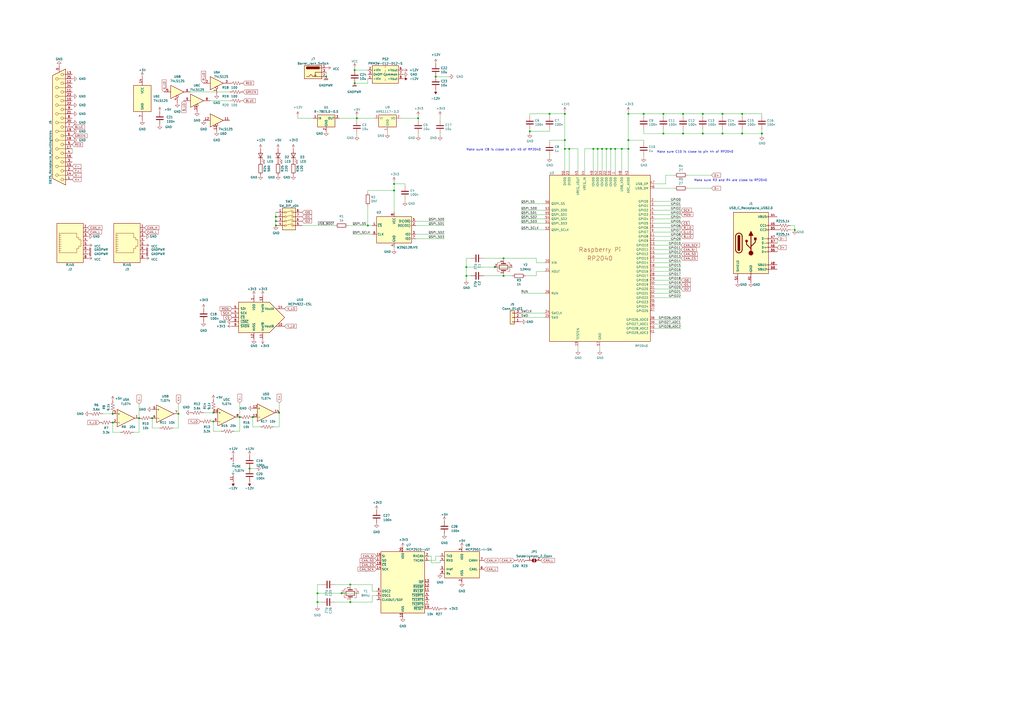
<source format=kicad_sch>
(kicad_sch (version 20230121) (generator eeschema)
  (paper "A2")
  (junction (at 364.49 81.28))
  (junction (at 205.74 48.26))
  (junction (at 160.02 125.73))
  (junction (at 430.53 77.47))
  (junction (at 327.66 81.28))
  (junction (at 354.33 86.36))
  (junction (at 160.02 128.27))
  (junction (at 189.23 44.45))
  (junction (at 198.12 344.17))
  (junction (at 441.96 77.47))
  (junction (at 344.17 86.36))
  (junction (at 373.38 66.04))
  (junction (at 396.24 77.47))
  (junction (at 327.66 66.04))
  (junction (at 430.53 66.04))
  (junction (at 184.15 344.17))
  (junction (at 307.34 76.2))
  (junction (at 292.1 160.02))
  (junction (at 252.73 44.45))
  (junction (at 160.02 130.81))
  (junction (at 184.15 349.25))
  (junction (at 384.81 66.04))
  (junction (at 207.01 68.58))
  (junction (at 203.2 349.25))
  (junction (at 123.825 239.395))
  (junction (at 318.77 66.04))
  (junction (at 139.065 241.935))
  (junction (at 360.68 86.36))
  (junction (at 349.25 86.36))
  (junction (at 65.405 245.11))
  (junction (at 103.505 240.03))
  (junction (at 203.2 339.09))
  (junction (at 419.1 77.47))
  (junction (at 461.01 133.35))
  (junction (at 407.67 66.04))
  (junction (at 396.24 66.04))
  (junction (at 419.1 66.04))
  (junction (at 356.87 86.36))
  (junction (at 123.825 244.475))
  (junction (at 407.67 77.47))
  (junction (at 364.49 86.36))
  (junction (at 330.2 86.36))
  (junction (at 144.78 271.78))
  (junction (at 80.645 242.57))
  (junction (at 270.51 154.94))
  (junction (at 384.81 77.47))
  (junction (at 65.405 240.03))
  (junction (at 270.51 160.02))
  (junction (at 161.925 239.395))
  (junction (at 346.71 86.36))
  (junction (at 242.57 68.58))
  (junction (at 88.265 242.57))
  (junction (at 205.74 40.64))
  (junction (at 327.66 86.36))
  (junction (at 364.49 66.04))
  (junction (at 213.36 130.81))
  (junction (at 228.6 110.49))
  (junction (at 351.79 86.36))
  (junction (at 287.02 154.94))
  (junction (at 228.6 106.68))
  (junction (at 146.685 241.935))
  (junction (at 292.1 149.86))
  (wire (pts (xy 292.1 151.13) (xy 292.1 149.86)))
  (wire (pts (xy 80.645 234.315) (xy 80.645 242.57)))
  (wire (pts (xy 316.23 170.18) (xy 302.26 170.18)))
  (wire (pts (xy 215.9 342.9) (xy 215.9 339.09)))
  (wire (pts (xy 184.15 339.09) (xy 186.69 339.09)))
  (wire (pts (xy 80.645 242.57) (xy 80.645 250.825)))
  (wire (pts (xy 103.505 248.285) (xy 103.505 240.03)))
  (wire (pts (xy 396.24 67.31) (xy 396.24 66.04)))
  (wire (pts (xy 255.27 326.39) (xy 255.27 325.12)))
  (wire (pts (xy 161.925 239.395) (xy 161.925 247.65)))
  (wire (pts (xy 419.1 67.31) (xy 419.1 66.04)))
  (wire (pts (xy 242.57 69.85) (xy 242.57 68.58)))
  (wire (pts (xy 302.26 129.54) (xy 316.23 129.54)))
  (wire (pts (xy 379.73 137.16) (xy 394.97 137.16)))
  (wire (pts (xy 100.33 248.285) (xy 103.505 248.285)))
  (wire (pts (xy 364.49 81.28) (xy 364.49 86.36)))
  (wire (pts (xy 379.73 139.7) (xy 394.97 139.7)))
  (wire (pts (xy 241.3 135.89) (xy 257.81 135.89)))
  (wire (pts (xy 407.67 67.31) (xy 407.67 66.04)))
  (wire (pts (xy 218.44 342.9) (xy 215.9 342.9)))
  (wire (pts (xy 441.96 74.93) (xy 441.96 77.47)))
  (wire (pts (xy 148.59 271.78) (xy 144.78 271.78)))
  (wire (pts (xy 273.05 149.86) (xy 270.51 149.86)))
  (wire (pts (xy 356.87 86.36) (xy 356.87 99.06)))
  (wire (pts (xy 270.51 160.02) (xy 270.51 162.56)))
  (wire (pts (xy 349.25 99.06) (xy 349.25 86.36)))
  (wire (pts (xy 379.73 134.62) (xy 394.97 134.62)))
  (wire (pts (xy 327.66 66.04) (xy 327.66 81.28)))
  (wire (pts (xy 318.77 82.55) (xy 318.77 81.28)))
  (wire (pts (xy 364.49 81.28) (xy 373.38 81.28)))
  (wire (pts (xy 347.98 200.66) (xy 347.98 203.2)))
  (wire (pts (xy 255.27 67.31) (xy 255.27 69.85)))
  (wire (pts (xy 379.73 109.22) (xy 391.16 109.22)))
  (wire (pts (xy 379.73 167.64) (xy 394.97 167.64)))
  (wire (pts (xy 161.925 233.68) (xy 161.925 239.395)))
  (wire (pts (xy 160.02 123.19) (xy 160.02 125.73)))
  (wire (pts (xy 311.15 152.4) (xy 311.15 149.86)))
  (wire (pts (xy 346.71 86.36) (xy 349.25 86.36)))
  (wire (pts (xy 255.27 77.47) (xy 255.27 78.74)))
  (wire (pts (xy 316.23 157.48) (xy 311.15 157.48)))
  (wire (pts (xy 198.12 344.17) (xy 208.28 344.17)))
  (wire (pts (xy 280.67 149.86) (xy 292.1 149.86)))
  (wire (pts (xy 316.23 184.15) (xy 302.26 184.15)))
  (wire (pts (xy 213.36 48.26) (xy 205.74 48.26)))
  (wire (pts (xy 204.47 135.89) (xy 215.9 135.89)))
  (wire (pts (xy 234.95 107.95) (xy 234.95 106.68)))
  (wire (pts (xy 59.69 240.03) (xy 65.405 240.03)))
  (wire (pts (xy 207.01 67.31) (xy 207.01 68.58)))
  (wire (pts (xy 354.33 86.36) (xy 356.87 86.36)))
  (wire (pts (xy 110.49 53.34) (xy 133.35 53.34)))
  (wire (pts (xy 228.6 110.49) (xy 228.6 123.19)))
  (wire (pts (xy 419.1 74.93) (xy 419.1 77.47)))
  (wire (pts (xy 360.68 99.06) (xy 360.68 86.36)))
  (wire (pts (xy 69.85 250.825) (xy 65.405 250.825)))
  (wire (pts (xy 302.26 124.46) (xy 316.23 124.46)))
  (wire (pts (xy 270.51 154.94) (xy 287.02 154.94)))
  (wire (pts (xy 92.71 248.285) (xy 88.265 248.285)))
  (wire (pts (xy 189.23 41.91) (xy 189.23 44.45)))
  (wire (pts (xy 118.11 239.395) (xy 123.825 239.395)))
  (wire (pts (xy 307.34 74.93) (xy 307.34 76.2)))
  (wire (pts (xy 213.36 110.49) (xy 228.6 110.49)))
  (wire (pts (xy 450.85 138.43) (xy 450.85 140.97)))
  (wire (pts (xy 224.79 76.2) (xy 224.79 77.47)))
  (wire (pts (xy 379.73 187.96) (xy 394.97 187.96)))
  (wire (pts (xy 396.24 77.47) (xy 384.81 77.47)))
  (wire (pts (xy 270.51 154.94) (xy 270.51 160.02)))
  (wire (pts (xy 379.73 144.78) (xy 394.97 144.78)))
  (wire (pts (xy 364.49 86.36) (xy 364.49 99.06)))
  (wire (pts (xy 80.645 250.825) (xy 77.47 250.825)))
  (wire (pts (xy 307.34 76.2) (xy 307.34 77.47)))
  (wire (pts (xy 349.25 86.36) (xy 351.79 86.36)))
  (wire (pts (xy 316.23 133.35) (xy 302.26 133.35)))
  (wire (pts (xy 344.17 86.36) (xy 346.71 86.36)))
  (wire (pts (xy 146.685 247.65) (xy 146.685 241.935)))
  (wire (pts (xy 461.01 130.81) (xy 461.01 133.35)))
  (wire (pts (xy 327.66 64.77) (xy 327.66 66.04)))
  (wire (pts (xy 213.36 45.72) (xy 213.36 48.26)))
  (wire (pts (xy 41.91 86.36) (xy 41.91 88.9)))
  (wire (pts (xy 318.77 66.04) (xy 327.66 66.04)))
  (wire (pts (xy 158.75 247.65) (xy 161.925 247.65)))
  (wire (pts (xy 364.49 64.77) (xy 364.49 66.04)))
  (wire (pts (xy 217.17 68.58) (xy 207.01 68.58)))
  (wire (pts (xy 344.17 99.06) (xy 344.17 86.36)))
  (wire (pts (xy 351.79 99.06) (xy 351.79 86.36)))
  (wire (pts (xy 330.2 99.06) (xy 330.2 86.36)))
  (wire (pts (xy 441.96 67.31) (xy 441.96 66.04)))
  (wire (pts (xy 184.15 349.25) (xy 186.69 349.25)))
  (wire (pts (xy 458.47 133.35) (xy 461.01 133.35)))
  (wire (pts (xy 201.93 130.81) (xy 213.36 130.81)))
  (wire (pts (xy 430.53 66.04) (xy 441.96 66.04)))
  (wire (pts (xy 335.28 99.06) (xy 335.28 86.36)))
  (wire (pts (xy 215.9 345.44) (xy 215.9 349.25)))
  (wire (pts (xy 184.15 344.17) (xy 184.15 349.25)))
  (wire (pts (xy 88.265 248.285) (xy 88.265 242.57)))
  (wire (pts (xy 373.38 90.17) (xy 373.38 91.44)))
  (wire (pts (xy 430.53 67.31) (xy 430.53 66.04)))
  (wire (pts (xy 327.66 81.28) (xy 327.66 86.36)))
  (wire (pts (xy 242.57 68.58) (xy 242.57 67.31)))
  (wire (pts (xy 379.73 154.94) (xy 394.97 154.94)))
  (wire (pts (xy 234.95 106.68) (xy 228.6 106.68)))
  (wire (pts (xy 384.81 67.31) (xy 384.81 66.04)))
  (wire (pts (xy 307.34 67.31) (xy 307.34 66.04)))
  (wire (pts (xy 373.38 74.93) (xy 373.38 77.47)))
  (wire (pts (xy 292.1 158.75) (xy 292.1 160.02)))
  (wire (pts (xy 379.73 106.68) (xy 386.08 106.68)))
  (wire (pts (xy 419.1 66.04) (xy 430.53 66.04)))
  (wire (pts (xy 270.51 149.86) (xy 270.51 154.94)))
  (wire (pts (xy 241.3 138.43) (xy 257.81 138.43)))
  (wire (pts (xy 335.28 200.66) (xy 335.28 203.2)))
  (wire (pts (xy 430.53 74.93) (xy 430.53 77.47)))
  (wire (pts (xy 160.02 125.73) (xy 160.02 128.27)))
  (wire (pts (xy 213.36 119.38) (xy 213.36 130.81)))
  (wire (pts (xy 139.065 241.935) (xy 139.065 250.19)))
  (wire (pts (xy 360.68 86.36) (xy 364.49 86.36)))
  (wire (pts (xy 121.92 58.42) (xy 133.35 58.42)))
  (wire (pts (xy 103.505 234.315) (xy 103.505 240.03)))
  (wire (pts (xy 379.73 121.92) (xy 394.97 121.92)))
  (wire (pts (xy 398.78 101.6) (xy 412.75 101.6)))
  (wire (pts (xy 407.67 66.04) (xy 419.1 66.04)))
  (wire (pts (xy 316.23 118.11) (xy 302.26 118.11)))
  (wire (pts (xy 304.8 160.02) (xy 311.15 160.02)))
  (wire (pts (xy 213.36 111.76) (xy 213.36 110.49)))
  (wire (pts (xy 384.81 77.47) (xy 373.38 77.47)))
  (wire (pts (xy 65.405 250.825) (xy 65.405 245.11)))
  (wire (pts (xy 242.57 77.47) (xy 242.57 78.74)))
  (wire (pts (xy 379.73 124.46) (xy 394.97 124.46)))
  (wire (pts (xy 248.92 325.12) (xy 252.73 325.12)))
  (wire (pts (xy 228.6 106.68) (xy 228.6 110.49)))
  (wire (pts (xy 327.66 86.36) (xy 327.66 99.06)))
  (wire (pts (xy 441.96 77.47) (xy 441.96 78.74)))
  (wire (pts (xy 207.01 69.85) (xy 207.01 68.58)))
  (wire (pts (xy 318.77 76.2) (xy 318.77 74.93)))
  (wire (pts (xy 450.85 143.51) (xy 450.85 146.05)))
  (wire (pts (xy 160.02 128.27) (xy 160.02 130.81)))
  (wire (pts (xy 384.81 74.93) (xy 384.81 77.47)))
  (wire (pts (xy 241.3 130.81) (xy 257.81 130.81)))
  (wire (pts (xy 241.3 128.27) (xy 257.81 128.27)))
  (wire (pts (xy 379.73 157.48) (xy 394.97 157.48)))
  (wire (pts (xy 218.44 345.44) (xy 215.9 345.44)))
  (wire (pts (xy 419.1 77.47) (xy 407.67 77.47)))
  (wire (pts (xy 139.065 250.19) (xy 135.89 250.19)))
  (wire (pts (xy 356.87 86.36) (xy 360.68 86.36)))
  (wire (pts (xy 396.24 74.93) (xy 396.24 77.47)))
  (wire (pts (xy 430.53 77.47) (xy 419.1 77.47)))
  (wire (pts (xy 379.73 147.32) (xy 394.97 147.32)))
  (wire (pts (xy 407.67 74.93) (xy 407.67 77.47)))
  (wire (pts (xy 194.31 339.09) (xy 203.2 339.09)))
  (wire (pts (xy 346.71 99.06) (xy 346.71 86.36)))
  (wire (pts (xy 172.72 68.58) (xy 181.61 68.58)))
  (wire (pts (xy 292.1 149.86) (xy 311.15 149.86)))
  (wire (pts (xy 196.85 68.58) (xy 207.01 68.58)))
  (wire (pts (xy 354.33 99.06) (xy 354.33 86.36)))
  (wire (pts (xy 430.53 77.47) (xy 441.96 77.47)))
  (wire (pts (xy 302.26 121.92) (xy 316.23 121.92)))
  (wire (pts (xy 330.2 86.36) (xy 327.66 86.36)))
  (wire (pts (xy 194.31 349.25) (xy 203.2 349.25)))
  (wire (pts (xy 172.72 67.31) (xy 172.72 68.58)))
  (wire (pts (xy 215.9 339.09) (xy 203.2 339.09)))
  (wire (pts (xy 234.95 115.57) (xy 234.95 116.84)))
  (wire (pts (xy 379.73 170.18) (xy 394.97 170.18)))
  (wire (pts (xy 373.38 66.04) (xy 384.81 66.04)))
  (wire (pts (xy 384.81 66.04) (xy 396.24 66.04)))
  (wire (pts (xy 379.73 149.86) (xy 394.97 149.86)))
  (wire (pts (xy 184.15 349.25) (xy 184.15 351.79)))
  (wire (pts (xy 386.08 101.6) (xy 386.08 106.68)))
  (wire (pts (xy 335.28 86.36) (xy 330.2 86.36)))
  (wire (pts (xy 139.065 233.68) (xy 139.065 241.935)))
  (wire (pts (xy 184.15 339.09) (xy 184.15 344.17)))
  (wire (pts (xy 318.77 67.31) (xy 318.77 66.04)))
  (wire (pts (xy 260.35 44.45) (xy 252.73 44.45)))
  (wire (pts (xy 248.92 322.58) (xy 250.19 322.58)))
  (wire (pts (xy 205.74 40.64) (xy 213.36 40.64)))
  (wire (pts (xy 379.73 142.24) (xy 394.97 142.24)))
  (wire (pts (xy 379.73 116.84) (xy 394.97 116.84)))
  (wire (pts (xy 205.74 39.37) (xy 205.74 40.64)))
  (wire (pts (xy 316.23 181.61) (xy 302.26 181.61)))
  (wire (pts (xy 175.26 130.81) (xy 194.31 130.81)))
  (wire (pts (xy 228.6 143.51) (xy 228.6 144.78)))
  (wire (pts (xy 252.73 322.58) (xy 255.27 322.58)))
  (wire (pts (xy 307.34 76.2) (xy 318.77 76.2)))
  (wire (pts (xy 379.73 129.54) (xy 394.97 129.54)))
  (wire (pts (xy 123.825 250.19) (xy 123.825 244.475)))
  (wire (pts (xy 318.77 90.17) (xy 318.77 91.44)))
  (wire (pts (xy 339.09 86.36) (xy 344.17 86.36)))
  (wire (pts (xy 379.73 132.08) (xy 394.97 132.08)))
  (wire (pts (xy 203.2 349.25) (xy 203.2 347.98)))
  (wire (pts (xy 373.38 67.31) (xy 373.38 66.04)))
  (wire (pts (xy 273.05 160.02) (xy 270.51 160.02)))
  (wire (pts (xy 250.19 322.58) (xy 250.19 326.39)))
  (wire (pts (xy 379.73 172.72) (xy 394.97 172.72)))
  (wire (pts (xy 203.2 339.09) (xy 203.2 340.36)))
  (wire (pts (xy 386.08 101.6) (xy 391.16 101.6)))
  (wire (pts (xy 318.77 81.28) (xy 327.66 81.28)))
  (wire (pts (xy 302.26 127) (xy 316.23 127)))
  (wire (pts (xy 379.73 152.4) (xy 394.97 152.4)))
  (wire (pts (xy 407.67 77.47) (xy 396.24 77.47)))
  (wire (pts (xy 228.6 105.41) (xy 228.6 106.68)))
  (wire (pts (xy 232.41 68.58) (xy 242.57 68.58)))
  (wire (pts (xy 287.02 154.94) (xy 297.18 154.94)))
  (wire (pts (xy 398.78 109.22) (xy 412.75 109.22)))
  (wire (pts (xy 379.73 160.02) (xy 394.97 160.02)))
  (wire (pts (xy 250.19 326.39) (xy 255.27 326.39)))
  (wire (pts (xy 396.24 66.04) (xy 407.67 66.04)))
  (wire (pts (xy 351.79 86.36) (xy 354.33 86.36)))
  (wire (pts (xy 215.9 349.25) (xy 203.2 349.25)))
  (wire (pts (xy 128.27 250.19) (xy 123.825 250.19)))
  (wire (pts (xy 379.73 119.38) (xy 394.97 119.38)))
  (wire (pts (xy 292.1 160.02) (xy 297.18 160.02)))
  (wire (pts (xy 207.01 77.47) (xy 207.01 78.74)))
  (wire (pts (xy 184.15 344.17) (xy 198.12 344.17)))
  (wire (pts (xy 373.38 82.55) (xy 373.38 81.28)))
  (wire (pts (xy 151.13 247.65) (xy 146.685 247.65)))
  (wire (pts (xy 379.73 127) (xy 394.97 127)))
  (wire (pts (xy 311.15 152.4) (xy 316.23 152.4)))
  (wire (pts (xy 461.01 130.81) (xy 458.47 130.81)))
  (wire (pts (xy 364.49 66.04) (xy 364.49 81.28)))
  (wire (pts (xy 307.34 66.04) (xy 318.77 66.04)))
  (wire (pts (xy 339.09 99.06) (xy 339.09 86.36)))
  (wire (pts (xy 379.73 162.56) (xy 394.97 162.56)))
  (wire (pts (xy 364.49 66.04) (xy 373.38 66.04)))
  (wire (pts (xy 311.15 157.48) (xy 311.15 160.02)))
  (wire (pts (xy 213.36 130.81) (xy 215.9 130.81)))
  (wire (pts (xy 252.73 325.12) (xy 252.73 322.58)))
  (wire (pts (xy 379.73 165.1) (xy 394.97 165.1)))
  (wire (pts (xy 280.67 160.02) (xy 292.1 160.02)))
  (wire (pts (xy 379.73 185.42) (xy 394.97 185.42)))
  (wire (pts (xy 379.73 190.5) (xy 394.97 190.5)))
  (text "Make sure C8 is close to pin 45 of RP2040" (at 270.51 87.63 0) (effects (font (size 1.27 1.27)) (justify left bottom)))
  (text "Make sure R3 and R4 are close to RP2040" (at 402.59 105.41 0) (effects (font (size 1.27 1.27)) (justify left bottom)))
  (text "Make sure C10 is close to pin 44 of RP2040" (at 381 88.9 0) (effects (font (size 1.27 1.27)) (justify left bottom)))
  (label "GPIO22" (at 394.97 172.72 180))
  (label "GPIO13" (at 394.97 149.86 180))
  (label "GPIO6" (at 394.97 132.08 180))
  (label "GPIO14" (at 394.97 152.4 180))
  (label "GPIO21" (at 394.97 170.18 180))
  (label "QSPI_SD3" (at 302.26 129.54 0))
  (label "GPIO0" (at 394.97 116.84 180))
  (label "GPIO4" (at 394.97 127 180))
  (label "GPIO3" (at 394.97 124.46 180))
  (label "QSPI_SD1" (at 257.81 130.81 180))
  (label "QSPI_SD0" (at 302.26 121.92 0))
  (label "GPIO7" (at 394.97 134.62 180))
  (label "GPIO17" (at 394.97 160.02 180))
  (label "QSPI_SD2" (at 302.26 127 0))
  (label "GPIO5" (at 394.97 129.54 180))
  (label "RUN" (at 302.26 170.18 0))
  (label "GPIO15" (at 394.97 154.94 180))
  (label "SWD" (at 302.26 184.15 0))
  (label "GPIO26_ADC0" (at 394.97 185.42 180))
  (label "QSPI_SD1" (at 302.26 124.46 0))
  (label "GPIO10" (at 394.97 142.24 180))
  (label "QSPI_SS" (at 204.47 130.81 0))
  (label "GPIO27_ADC1" (at 394.97 187.96 180))
  (label "GPIO12" (at 394.97 147.32 180))
  (label "GPIO20" (at 394.97 167.64 180))
  (label "GPIO19" (at 394.97 165.1 180))
  (label "GPIO11" (at 394.97 144.78 180))
  (label "GPIO18" (at 394.97 162.56 180))
  (label "GPIO1" (at 394.97 119.38 180))
  (label "SWCLK" (at 302.26 181.61 0))
  (label "QSPI_SCLK" (at 302.26 133.35 0))
  (label "~{USB_BOOT}" (at 184.15 130.81 0))
  (label "QSPI_SS" (at 302.26 118.11 0))
  (label "GPIO8" (at 394.97 137.16 180))
  (label "GPIO9" (at 394.97 139.7 180))
  (label "QSPI_SCLK" (at 204.47 135.89 0))
  (label "GPIO2" (at 394.97 121.92 180))
  (label "QSPI_SD3" (at 257.81 138.43 180))
  (label "GPIO28_ADC2" (at 394.97 190.5 180))
  (label "GPIO16" (at 394.97 157.48 180))
  (label "QSPI_SD0" (at 257.81 128.27 180))
  (label "QSPI_SD2" (at 257.81 135.89 180))
  (global_label "CAN_L" (shape input) (at 83.82 134.62 0) (property "Intersheetrefs" "${INTERSHEET_REFS}" (effects hide)))
  (global_label "MOSI" (shape input) (at 394.97 124.46 0) (property "Intersheetrefs" "${INTERSHEET_REFS}" (effects hide)))
  (global_label "SCK" (shape input) (at 134.62 181.61 180) (property "Intersheetrefs" "${INTERSHEET_REFS}" (effects hide)))
  (global_label "Y_LO" (shape input) (at 116.205 244.475 180) (property "Intersheetrefs" "${INTERSHEET_REFS}" (effects hide)))
  (global_label "CAN_H" (shape input) (at 83.82 132.08 0) (property "Intersheetrefs" "${INTERSHEET_REFS}" (effects hide)))
  (global_label "CAN_L" (shape input) (at 280.67 330.2 0) (property "Intersheetrefs" "${INTERSHEET_REFS}" (effects hide)))
  (global_label "BLUE" (shape input) (at 41.91 73.66 0) (property "Intersheetrefs" "${INTERSHEET_REFS}" (effects hide)))
  (global_label "CAN_SO" (shape input) (at 218.44 325.12 180) (property "Intersheetrefs" "${INTERSHEET_REFS}" (effects hide)))
  (global_label "ID2" (shape input) (at 394.97 167.64 0) (property "Intersheetrefs" "${INTERSHEET_REFS}" (effects hide)))
  (global_label "ID1" (shape input) (at 175.26 125.73 0) (property "Intersheetrefs" "${INTERSHEET_REFS}" (effects hide)))
  (global_label "X-" (shape input) (at 41.91 101.6 0) (property "Intersheetrefs" "${INTERSHEET_REFS}" (effects hide)))
  (global_label "CAN_L" (shape input) (at 313.69 325.12 0) (property "Intersheetrefs" "${INTERSHEET_REFS}" (effects hide)))
  (global_label "X_LO" (shape input) (at 165.1 179.07 0) (property "Intersheetrefs" "${INTERSHEET_REFS}" (effects hide)))
  (global_label "CAN_CS" (shape input) (at 218.44 327.66 180) (property "Intersheetrefs" "${INTERSHEET_REFS}" (effects hide)))
  (global_label "CAN_SO" (shape input) (at 394.97 147.32 0) (property "Intersheetrefs" "${INTERSHEET_REFS}" (effects hide)))
  (global_label "R_LO" (shape input) (at 394.97 132.08 0) (property "Intersheetrefs" "${INTERSHEET_REFS}" (effects hide)))
  (global_label "B_LO" (shape input) (at 106.68 58.42 270) (property "Intersheetrefs" "${INTERSHEET_REFS}" (effects hide)))
  (global_label "X_LO" (shape input) (at 57.785 245.11 180) (property "Intersheetrefs" "${INTERSHEET_REFS}" (effects hide)))
  (global_label "R_LO" (shape input) (at 118.11 48.26 90) (property "Intersheetrefs" "${INTERSHEET_REFS}" (effects hide)))
  (global_label "CS" (shape input) (at 134.62 184.15 180) (property "Intersheetrefs" "${INTERSHEET_REFS}" (effects hide)))
  (global_label "D+" (shape input) (at 450.85 143.51 0) (property "Intersheetrefs" "${INTERSHEET_REFS}" (effects hide)))
  (global_label "G_LO" (shape input) (at 95.25 53.34 90) (property "Intersheetrefs" "${INTERSHEET_REFS}" (effects hide)))
  (global_label "Y-" (shape input) (at 139.065 233.68 90) (property "Intersheetrefs" "${INTERSHEET_REFS}" (effects hide)))
  (global_label "CS" (shape input) (at 394.97 129.54 0) (property "Intersheetrefs" "${INTERSHEET_REFS}" (effects hide)))
  (global_label "D-" (shape input) (at 450.85 138.43 0) (property "Intersheetrefs" "${INTERSHEET_REFS}" (effects hide)))
  (global_label "Y+" (shape input) (at 161.925 233.68 90) (property "Intersheetrefs" "${INTERSHEET_REFS}" (effects hide)))
  (global_label "CAN_H" (shape input) (at 298.45 325.12 180) (property "Intersheetrefs" "${INTERSHEET_REFS}" (effects hide)))
  (global_label "ID0" (shape input) (at 394.97 162.56 0) (property "Intersheetrefs" "${INTERSHEET_REFS}" (effects hide)))
  (global_label "CAN_SI" (shape input) (at 218.44 322.58 180) (property "Intersheetrefs" "${INTERSHEET_REFS}" (effects hide)))
  (global_label "CAN_H" (shape input) (at 280.67 325.12 0) (property "Intersheetrefs" "${INTERSHEET_REFS}" (effects hide)))
  (global_label "X+" (shape input) (at 41.91 104.14 0) (property "Intersheetrefs" "${INTERSHEET_REFS}" (effects hide)))
  (global_label "ID2" (shape input) (at 175.26 128.27 0) (property "Intersheetrefs" "${INTERSHEET_REFS}" (effects hide)))
  (global_label "D+" (shape input) (at 412.75 101.6 0) (property "Intersheetrefs" "${INTERSHEET_REFS}" (effects hide)))
  (global_label "D-" (shape input) (at 412.75 109.22 0) (property "Intersheetrefs" "${INTERSHEET_REFS}" (effects hide)))
  (global_label "RED" (shape input) (at 140.97 48.26 0) (property "Intersheetrefs" "${INTERSHEET_REFS}" (effects hide)))
  (global_label "X+" (shape input) (at 103.505 234.315 90) (property "Intersheetrefs" "${INTERSHEET_REFS}" (effects hide)))
  (global_label "ID1" (shape input) (at 394.97 165.1 0) (property "Intersheetrefs" "${INTERSHEET_REFS}" (effects hide)))
  (global_label "MOSI" (shape input) (at 134.62 179.07 180) (property "Intersheetrefs" "${INTERSHEET_REFS}" (effects hide)))
  (global_label "B_LO" (shape input) (at 394.97 137.16 0) (property "Intersheetrefs" "${INTERSHEET_REFS}" (effects hide)))
  (global_label "SCK" (shape input) (at 394.97 121.92 0) (property "Intersheetrefs" "${INTERSHEET_REFS}" (effects hide)))
  (global_label "Y_LO" (shape input) (at 165.1 189.23 0) (property "Intersheetrefs" "${INTERSHEET_REFS}" (effects hide)))
  (global_label "RED" (shape input) (at 41.91 83.82 0) (property "Intersheetrefs" "${INTERSHEET_REFS}" (effects hide)))
  (global_label "Y-" (shape input) (at 41.91 96.52 0) (property "Intersheetrefs" "${INTERSHEET_REFS}" (effects hide)))
  (global_label "GREEN" (shape input) (at 41.91 78.74 0) (property "Intersheetrefs" "${INTERSHEET_REFS}" (effects hide)))
  (global_label "GREEN" (shape input) (at 140.97 53.34 0) (property "Intersheetrefs" "${INTERSHEET_REFS}" (effects hide)))
  (global_label "G_LO" (shape input) (at 394.97 134.62 0) (property "Intersheetrefs" "${INTERSHEET_REFS}" (effects hide)))
  (global_label "CAN_L" (shape input) (at 50.8 134.62 0) (property "Intersheetrefs" "${INTERSHEET_REFS}" (effects hide)))
  (global_label "ID0" (shape input) (at 175.26 123.19 0) (property "Intersheetrefs" "${INTERSHEET_REFS}" (effects hide)))
  (global_label "BLUE" (shape input) (at 140.97 58.42 0) (property "Intersheetrefs" "${INTERSHEET_REFS}" (effects hide)))
  (global_label "CAN_SCK" (shape input) (at 218.44 330.2 180) (property "Intersheetrefs" "${INTERSHEET_REFS}" (effects hide)))
  (global_label "CAN_CS" (shape input) (at 394.97 149.86 0) (property "Intersheetrefs" "${INTERSHEET_REFS}" (effects hide)))
  (global_label "Y+" (shape input) (at 41.91 99.06 0) (property "Intersheetrefs" "${INTERSHEET_REFS}" (effects hide)))
  (global_label "CAN_SI" (shape input) (at 394.97 144.78 0) (property "Intersheetrefs" "${INTERSHEET_REFS}" (effects hide)))
  (global_label "X-" (shape input) (at 80.645 234.315 90) (property "Intersheetrefs" "${INTERSHEET_REFS}" (effects hide)))
  (global_label "CAN_H" (shape input) (at 50.8 132.08 0) (property "Intersheetrefs" "${INTERSHEET_REFS}" (effects hide)))
  (global_label "CAN_SCK" (shape input) (at 394.97 142.24 0) (property "Intersheetrefs" "${INTERSHEET_REFS}" (effects hide)))
  (symbol (lib_id "4ms_Power:GND") (at 147.32 196.85 0) (unit 1)
    (property "Reference" "#PWR040" (effects hide))
    (property "Value" "GND" (at 147.32 200.66 0))
  )
  (symbol (lib_id "power:+3.3V") (at 152.4 171.45 0) (unit 1)
    (property "Reference" "#PWR041" (effects hide))
    (property "Value" "+3.3V" (at 149.86 167.64 0) (effects (justify left)))
  )
  (symbol (lib_id "Device:C") (at 307.34 71.12 0) (unit 1)
    (property "Reference" "C6" (at 310.261 69.9516 0) (effects (justify left)))
    (property "Value" "100n" (at 310.261 72.263 0) (effects (justify left)))
    (property "Footprint" "Capacitor_SMD:C_0603_1608Metric" (effects hide))
  )
  (symbol (lib_id "Device:LED") (at 170.18 90.17 90) (unit 1)
    (property "Reference" "D3" (at 173.99 91.1225 90) (effects (justify right)))
    (property "Value" "LED" (at 173.99 93.6625 90) (effects (justify right)))
    (property "Footprint" "LED_SMD:LED_0603_1608Metric" (effects hide))
  )
  (symbol (lib_id "power:GND") (at 224.79 77.47 0) (unit 1)
    (property "Reference" "#PWR014" (effects hide))
    (property "Value" "GND" (at 220.98 78.74 0))
  )
  (symbol (lib_id "power:GND") (at 307.34 77.47 0) (unit 1)
    (property "Reference" "#PWR020" (effects hide))
    (property "Value" "GND" (at 307.467 81.8642 0))
  )
  (symbol (lib_id "Device:C") (at 276.86 149.86 270) (unit 1)
    (property "Reference" "C1" (at 278.0284 152.781 0) (effects (justify left)))
    (property "Value" "27p" (at 275.717 152.781 0) (effects (justify left)))
    (property "Footprint" "Capacitor_SMD:C_0603_1608Metric" (effects hide))
  )
  (symbol (lib_id "power:GND") (at 347.98 203.2 0) (unit 1)
    (property "Reference" "#PWR024" (effects hide))
    (property "Value" "GND" (at 348.107 207.5942 0))
  )
  (symbol (lib_id "4ms_Power:GND") (at 134.62 186.69 270) (unit 1)
    (property "Reference" "#PWR037" (effects hide))
    (property "Value" "GND" (at 127 186.69 90) (effects (justify left)))
  )
  (symbol (lib_id "power:GND") (at 255.27 332.74 0) (unit 1)
    (property "Reference" "#PWR028" (effects hide))
    (property "Value" "GND" (at 255.27 337.82 0))
  )
  (symbol (lib_id "power:GND") (at 88.265 237.49 270) (unit 1)
    (property "Reference" "#PWR045" (effects hide))
    (property "Value" "GND" (at 80.645 237.49 90) (effects (justify left)))
  )
  (symbol (lib_id "Jumper:SolderJumper_2_Open") (at 309.88 325.12 0) (unit 1)
    (property "Reference" "JP1" (at 309.88 320.04 0))
    (property "Value" "SolderJumper_2_Open" (at 309.88 322.58 0))
    (property "Footprint" "Jumper:SolderJumper-2_P1.3mm_Open_RoundedPad1.0x1.5mm" (effects hide))
  )
  (symbol (lib_id "Device:R_US") (at 302.26 325.12 270) (unit 1)
    (property "Reference" "R23" (at 304.165 328.295 90))
    (property "Value" "120" (at 299.085 328.295 90))
    (property "Footprint" "Resistor_SMD:R_0603_1608Metric" (effects hide))
  )
  (symbol (lib_id "power:GND") (at 233.68 358.14 0) (unit 1)
    (property "Reference" "#PWR034" (effects hide))
    (property "Value" "GND" (at 233.68 363.22 0))
  )
  (symbol (lib_id "power:+12V") (at 135.255 264.16 0) (unit 1)
    (property "Reference" "#PWR049" (effects hide))
    (property "Value" "+12V" (at 135.255 260.35 0))
  )
  (symbol (lib_id "Device:R_US") (at 123.825 235.585 0) (mirror x) (unit 1)
    (property "Reference" "R14" (at 118.745 235.585 90))
    (property "Value" "9.1k" (at 121.285 235.585 90))
    (property "Footprint" "Resistor_SMD:R_0603_1608Metric" (effects hide))
  )
  (symbol (lib_id "power:GND") (at 189.23 76.2 0) (unit 1)
    (property "Reference" "#PWR074" (effects hide))
    (property "Value" "GND" (at 185.42 77.47 0))
  )
  (symbol (lib_id "power:-12V") (at 233.68 45.72 270) (unit 1)
    (property "Reference" "#PWR069" (effects hide))
    (property "Value" "-12V" (at 237.49 45.72 90) (effects (justify left)))
  )
  (symbol (lib_id "power:GND") (at 41.91 71.12 90) (unit 1)
    (property "Reference" "#PWR06" (effects hide))
    (property "Value" "GND" (at 45.72 71.12 90) (effects (justify right)))
  )
  (symbol (lib_id "Device:R") (at 161.29 97.79 0) (unit 1)
    (property "Reference" "R25" (at 163.83 97.79 90))
    (property "Value" "220" (at 166.1414 97.79 90))
    (property "Footprint" "Resistor_SMD:R_0603_1608Metric" (effects hide))
  )
  (symbol (lib_id "Interface_CAN_LIN:MCP2551-I-SN") (at 267.97 327.66 0) (unit 1)
    (property "Reference" "U8" (at 269.9259 316.23 0) (effects (justify left)))
    (property "Value" "MCP2551-I-SN" (at 269.9259 318.77 0) (effects (justify left)))
    (property "Footprint" "Package_SO:SOIC-8_3.9x4.9mm_P1.27mm" (effects hide))
    (property "Datasheet" "http://ww1.microchip.com/downloads/en/devicedoc/21667d.pdf" (effects hide))
  )
  (symbol (lib_id "power:GNDPWR") (at 50.8 147.32 90) (unit 1)
    (property "Reference" "#PWR078" (effects hide))
    (property "Value" "GNDPWR" (at 54.61 147.32 90) (effects (justify right)))
  )
  (symbol (lib_id "Device:C") (at 441.96 71.12 0) (unit 1)
    (property "Reference" "C16" (at 444.881 69.9516 0) (effects (justify left)))
    (property "Value" "100n" (at 444.881 72.263 0) (effects (justify left)))
    (property "Footprint" "Capacitor_SMD:C_0603_1608Metric" (effects hide))
  )
  (symbol (lib_id "Device:R_US") (at 137.16 53.34 90) (unit 1)
    (property "Reference" "R19" (at 130.81 55.88 90))
    (property "Value" "100" (at 135.89 55.88 90))
    (property "Footprint" "Resistor_SMD:R_0603_1608Metric" (effects hide))
  )
  (symbol (lib_id "power:GND") (at 148.59 271.78 90) (unit 1)
    (property "Reference" "#PWR053" (effects hide))
    (property "Value" "GND" (at 153.67 271.145 90))
  )
  (symbol (lib_id "74xx:74LS125") (at 114.3 58.42 0) (unit 3)
    (property "Reference" "U6" (at 114.3 49.53 0))
    (property "Value" "74LS125" (at 114.3 52.07 0))
    (property "Footprint" "Package_SO:SOIC-14_3.9x8.7mm_P1.27mm" (effects hide))
    (property "Datasheet" "http://www.ti.com/lit/gpn/sn74LS125" (effects hide))
  )
  (symbol (lib_id "power:+3V3") (at 256.54 353.06 270) (unit 1)
    (property "Reference" "#PWR085" (effects hide))
    (property "Value" "+3V3" (at 262.89 353.06 90))
  )
  (symbol (lib_id "PCM_4ms_Power-symbol:+12V") (at 252.73 36.83 0) (unit 1)
    (property "Reference" "#PWR072" (effects hide))
    (property "Value" "+12V" (at 250.19 31.75 0) (effects (justify left)))
  )
  (symbol (lib_id "power:GND") (at 102.87 59.69 0) (unit 1)
    (property "Reference" "#PWR058" (effects hide))
    (property "Value" "GND" (at 102.87 64.77 0))
  )
  (symbol (lib_id "Device:C") (at 207.01 73.66 0) (unit 1)
    (property "Reference" "C3" (at 209.931 72.4916 0) (effects (justify left)))
    (property "Value" "10u" (at 209.931 74.803 0) (effects (justify left)))
    (property "Footprint" "Capacitor_SMD:C_0603_1608Metric" (effects hide))
  )
  (symbol (lib_id "power:-12V") (at 135.255 279.4 180) (unit 1)
    (property "Reference" "#PWR050" (effects hide))
    (property "Value" "-12V" (at 137.795 283.21 0) (effects (justify left)))
  )
  (symbol (lib_id "power:GND") (at 114.3 64.77 0) (unit 1)
    (property "Reference" "#PWR059" (effects hide))
    (property "Value" "GND" (at 114.3 69.85 0))
  )
  (symbol (lib_id "power:GND") (at 118.11 186.69 0) (unit 1)
    (property "Reference" "#PWR036" (effects hide))
    (property "Value" "GND" (at 118.11 191.77 0))
  )
  (symbol (lib_id "power:+5V") (at 65.405 232.41 0) (unit 1)
    (property "Reference" "#PWR044" (effects hide))
    (property "Value" "+5V" (at 66.675 231.14 0) (effects (justify left)))
  )
  (symbol (lib_id "Device:C") (at 190.5 339.09 270) (unit 1)
    (property "Reference" "C25" (at 191.6684 342.011 0) (effects (justify left)))
    (property "Value" "27p" (at 189.357 342.011 0) (effects (justify left)))
    (property "Footprint" "Capacitor_SMD:C_0603_1608Metric" (effects hide))
  )
  (symbol (lib_id "PCM_4ms_Power-symbol:+12V") (at 151.13 86.36 0) (unit 1)
    (property "Reference" "#PWR094" (effects hide))
    (property "Value" "+12V" (at 148.59 81.28 0) (effects (justify left)))
  )
  (symbol (lib_id "Analog_DAC:MCP4922-ESL") (at 149.86 184.15 0) (unit 1)
    (property "Reference" "U10" (at 173.99 173.8883 0))
    (property "Value" "MCP4922-ESL" (at 173.99 176.4283 0))
    (property "Footprint" "Package_SO:SOIC-14_3.9x8.7mm_P1.27mm" (effects hide))
    (property "Datasheet" "http://ww1.microchip.com/downloads/en/devicedoc/21897a.pdf" (effects hide))
  )
  (symbol (lib_id "power:GND") (at 161.29 101.6 0) (unit 1)
    (property "Reference" "#PWR097" (effects hide))
    (property "Value" "GND" (at 157.48 102.87 0))
  )
  (symbol (lib_id "Converter_DCDC:ITQ2412S") (at 223.52 43.18 0) (unit 1)
    (property "Reference" "PS2" (at 223.52 34.29 0))
    (property "Value" "PRM3W-E12-D12-S" (at 223.52 36.83 0))
    (property "Footprint" "Converter_DCDC:Converter_DCDC_XP_POWER-ITxxxxxS_THT" (effects hide))
    (property "Datasheet" "https://www.xppower.com/pdfs/SF_ITQ.pdf" (effects hide))
  )
  (symbol (lib_id "Device:LED") (at 151.13 90.17 90) (unit 1)
    (property "Reference" "D1" (at 154.94 91.1225 90) (effects (justify right)))
    (property "Value" "LED" (at 154.94 93.6625 90) (effects (justify right)))
    (property "Footprint" "LED_SMD:LED_0603_1608Metric" (effects hide))
  )
  (symbol (lib_id "Device:C") (at 318.77 71.12 0) (unit 1)
    (property "Reference" "C7" (at 321.691 69.9516 0) (effects (justify left)))
    (property "Value" "100n" (at 321.691 72.263 0) (effects (justify left)))
    (property "Footprint" "Capacitor_SMD:C_0603_1608Metric" (effects hide))
  )
  (symbol (lib_id "power:GND") (at 233.68 43.18 90) (unit 1)
    (property "Reference" "#PWR067" (effects hide))
    (property "Value" "GND" (at 240.03 43.18 90))
  )
  (symbol (lib_id "power:+3V3") (at 255.27 67.31 0) (unit 1)
    (property "Reference" "#PWR031" (effects hide))
    (property "Value" "+3V3" (at 255.651 62.9158 0))
  )
  (symbol (lib_id "power:GND") (at 151.13 101.6 0) (unit 1)
    (property "Reference" "#PWR095" (effects hide))
    (property "Value" "GND" (at 147.32 102.87 0))
  )
  (symbol (lib_id "power:GND") (at 52.07 240.03 270) (unit 1)
    (property "Reference" "#PWR043" (effects hide))
    (property "Value" "GND" (at 44.45 240.03 90) (effects (justify left)))
  )
  (symbol (lib_id "power:-12V") (at 144.78 279.4 180) (unit 1)
    (property "Reference" "#PWR052" (effects hide))
    (property "Value" "-12V" (at 147.32 283.21 0) (effects (justify left)))
  )
  (symbol (lib_id "Device:R") (at 213.36 115.57 0) (unit 1)
    (property "Reference" "R2" (at 215.138 114.4016 0) (effects (justify left)))
    (property "Value" "DNF" (at 215.138 116.713 0) (effects (justify left)))
    (property "Footprint" "Resistor_SMD:R_0603_1608Metric" (effects hide))
  )
  (symbol (lib_id "power:VCC") (at 83.82 142.24 270) (unit 1)
    (property "Reference" "#PWR081" (effects hide))
    (property "Value" "VCC" (at 87.63 142.875 90) (effects (justify left)))
  )
  (symbol (lib_id "power:+1V1") (at 327.66 64.77 0) (unit 1)
    (property "Reference" "#PWR022" (effects hide))
    (property "Value" "+1V1" (at 328.041 60.3758 0))
  )
  (symbol (lib_id "power:+3V3") (at 228.6 105.41 0) (unit 1)
    (property "Reference" "#PWR015" (effects hide))
    (property "Value" "+3V3" (at 228.981 101.0158 0))
  )
  (symbol (lib_id "power:GND") (at 41.91 66.04 90) (unit 1)
    (property "Reference" "#PWR05" (effects hide))
    (property "Value" "GND" (at 45.72 66.04 90) (effects (justify right)))
  )
  (symbol (lib_id "PCM_4ms_Power-symbol:+12V") (at 172.72 67.31 0) (unit 1)
    (property "Reference" "#PWR076" (effects hide))
    (property "Value" "+12V" (at 170.18 62.23 0) (effects (justify left)))
  )
  (symbol (lib_id "power:GND") (at 41.91 81.28 90) (unit 1)
    (property "Reference" "#PWR08" (effects hide))
    (property "Value" "GND" (at 45.72 81.28 90) (effects (justify right)))
  )
  (symbol (lib_id "Device:R_US") (at 454.66 133.35 270) (unit 1)
    (property "Reference" "R22" (at 452.12 135.89 90))
    (property "Value" "5.1k" (at 455.93 135.89 90))
    (property "Footprint" "Resistor_SMD:R_0603_1608Metric" (effects hide))
  )
  (symbol (lib_id "power:GND") (at 373.38 91.44 0) (unit 1)
    (property "Reference" "#PWR026" (effects hide))
    (property "Value" "GND" (at 373.507 95.8342 0))
  )
  (symbol (lib_id "Device:R_US") (at 65.405 236.22 0) (mirror x) (unit 1)
    (property "Reference" "R8" (at 60.325 236.22 90))
    (property "Value" "9.1k" (at 62.865 236.22 90))
    (property "Footprint" "Resistor_SMD:R_0603_1608Metric" (effects hide))
  )
  (symbol (lib_id "Switch:SW_DIP_x04") (at 167.64 128.27 0) (unit 1)
    (property "Reference" "SW2" (at 167.64 116.84 0))
    (property "Value" "SW_DIP_x04" (at 167.64 119.38 0))
    (property "Footprint" "Button_Switch_SMD:SW_DIP_SPSTx04_Slide_Omron_A6S-410x_W8.9mm_P2.54mm" (effects hide))
  )
  (symbol (lib_id "power:VCC") (at 83.82 149.86 270) (unit 1)
    (property "Reference" "#PWR088" (effects hide))
    (property "Value" "VCC" (at 87.63 150.495 90) (effects (justify left)))
  )
  (symbol (lib_id "power:-12V") (at 252.73 52.07 180) (unit 1)
    (property "Reference" "#PWR071" (effects hide))
    (property "Value" "-12V" (at 255.27 57.15 0) (effects (justify left)))
  )
  (symbol (lib_id "power:GND") (at 34.29 38.1 180) (unit 1)
    (property "Reference" "#PWR01" (effects hide))
    (property "Value" "GND" (at 34.29 34.29 0))
  )
  (symbol (lib_id "Device:R") (at 151.13 97.79 0) (unit 1)
    (property "Reference" "R24" (at 153.67 97.79 90))
    (property "Value" "560" (at 155.9814 97.79 90))
    (property "Footprint" "Resistor_SMD:R_0603_1608Metric" (effects hide))
  )
  (symbol (lib_id "Device:R_US") (at 84.455 242.57 90) (mirror x) (unit 1)
    (property "Reference" "R10" (at 84.455 245.745 90))
    (property "Value" "10k" (at 84.455 248.285 90))
    (property "Footprint" "Resistor_SMD:R_0603_1608Metric" (effects hide))
  )
  (symbol (lib_id "Connector:RJ45") (at 40.64 139.7 0) (mirror x) (unit 1)
    (property "Reference" "J2" (at 40.64 156.21 0))
    (property "Value" "RJ45" (at 40.64 153.67 0))
    (property "Footprint" "Connector_RJ:RJ45_Amphenol_54602-x08_Horizontal" (effects hide))
  )
  (symbol (lib_id "Device:R_US") (at 55.88 240.03 90) (mirror x) (unit 1)
    (property "Reference" "R6" (at 55.88 234.95 90))
    (property "Value" "3.6k" (at 55.88 237.49 90))
    (property "Footprint" "Resistor_SMD:R_0603_1608Metric" (effects hide))
  )
  (symbol (lib_id "power:GND") (at 41.91 45.72 90) (unit 1)
    (property "Reference" "#PWR02" (effects hide))
    (property "Value" "GND" (at 45.72 45.72 90) (effects (justify right)))
  )
  (symbol (lib_id "Device:C") (at 407.67 71.12 0) (unit 1)
    (property "Reference" "C13" (at 410.591 69.9516 0) (effects (justify left)))
    (property "Value" "100n" (at 410.591 72.263 0) (effects (justify left)))
    (property "Footprint" "Capacitor_SMD:C_0603_1608Metric" (effects hide))
  )
  (symbol (lib_id "power:+5V") (at 123.825 231.775 0) (unit 1)
    (property "Reference" "#PWR047" (effects hide))
    (property "Value" "+5V" (at 125.095 230.505 0) (effects (justify left)))
  )
  (symbol (lib_id "power:VCC") (at 50.8 142.24 270) (unit 1)
    (property "Reference" "#PWR075" (effects hide))
    (property "Value" "VCC" (at 54.61 142.875 90) (effects (justify left)))
  )
  (symbol (lib_id "power:+3V3") (at 233.68 317.5 0) (unit 1)
    (property "Reference" "#PWR033" (effects hide))
    (property "Value" "+3V3" (at 234.061 313.1058 0))
  )
  (symbol (lib_id "Device:C") (at 205.74 44.45 0) (unit 1)
    (property "Reference" "C24" (at 208.661 43.2816 0) (effects (justify left)))
    (property "Value" "10u" (at 208.661 45.593 0) (effects (justify left)))
    (property "Footprint" "Capacitor_SMD:C_0603_1608Metric" (effects hide))
  )
  (symbol (lib_id "Device:C") (at 190.5 349.25 270) (unit 1)
    (property "Reference" "C26" (at 191.6684 352.171 0) (effects (justify left)))
    (property "Value" "27p" (at 189.357 352.171 0) (effects (justify left)))
    (property "Footprint" "Capacitor_SMD:C_0603_1608Metric" (effects hide))
  )
  (symbol (lib_id "Device:C") (at 384.81 71.12 0) (unit 1)
    (property "Reference" "C11" (at 387.731 69.9516 0) (effects (justify left)))
    (property "Value" "100n" (at 387.731 72.263 0) (effects (justify left)))
    (property "Footprint" "Capacitor_SMD:C_0603_1608Metric" (effects hide))
  )
  (symbol (lib_id "Interface_CAN_LIN:MCP2515-xST") (at 233.68 337.82 0) (unit 1)
    (property "Reference" "U7" (at 235.6359 316.23 0) (effects (justify left)))
    (property "Value" "MCP2515-xST" (at 235.6359 318.77 0) (effects (justify left)))
    (property "Footprint" "Package_SO:TSSOP-20_4.4x6.5mm_P0.65mm" (effects hide))
    (property "Datasheet" "http://ww1.microchip.com/downloads/en/DeviceDoc/21801e.pdf" (effects hide))
  )
  (symbol (lib_id "Amplifier_Operational:TL074") (at 131.445 241.935 0) (unit 3)
    (property "Reference" "U5" (at 131.445 231.775 0))
    (property "Value" "TL074" (at 131.445 234.315 0))
    (property "Footprint" "Package_SO:SOIC-14_3.9x8.7mm_P1.27mm" (effects hide))
    (property "Datasheet" "http://www.ti.com/lit/ds/symlink/tl071.pdf" (effects hide))
  )
  (symbol (lib_id "Device:R_US") (at 137.16 48.26 90) (unit 1)
    (property "Reference" "R18" (at 130.81 50.8 90))
    (property "Value" "100" (at 135.89 50.8 90))
    (property "Footprint" "Resistor_SMD:R_0603_1608Metric" (effects hide))
  )
  (symbol (lib_id "Device:C") (at 252.73 40.64 0) (unit 1)
    (property "Reference" "C22" (at 255.651 39.4716 0) (effects (justify left)))
    (property "Value" "10u" (at 255.651 41.783 0) (effects (justify left)))
    (property "Footprint" "Capacitor_SMD:C_0603_1608Metric" (effects hide))
  )
  (symbol (lib_id "Device:R_US") (at 252.73 353.06 270) (unit 1)
    (property "Reference" "R27" (at 254.635 356.235 90))
    (property "Value" "10k" (at 249.555 356.235 90))
    (property "Footprint" "Resistor_SMD:R_0603_1608Metric" (effects hide))
  )
  (symbol (lib_id "power:GND") (at 50.8 137.16 90) (unit 1)
    (property "Reference" "#PWR010" (effects hide))
    (property "Value" "GND" (at 55.88 137.16 90))
  )
  (symbol (lib_name "+5V_1") (lib_id "power:+5V") (at 257.81 302.26 0) (unit 1)
    (property "Reference" "#PWR091" (effects hide))
    (property "Value" "+5V" (at 257.81 298.45 0))
  )
  (symbol (lib_id "power:GND") (at 255.27 78.74 0) (unit 1)
    (property "Reference" "#PWR032" (effects hide))
    (property "Value" "GND" (at 251.46 80.01 0))
  )
  (symbol (lib_name "+5V_1") (lib_id "power:+5V") (at 207.01 67.31 0) (unit 1)
    (property "Reference" "#PWR012" (effects hide))
    (property "Value" "+5V" (at 207.01 63.5 0))
  )
  (symbol (lib_id "Device:C") (at 234.95 111.76 0) (unit 1)
    (property "Reference" "C4" (at 237.871 110.5916 0) (effects (justify left)))
    (property "Value" "100n" (at 237.871 112.903 0) (effects (justify left)))
    (property "Footprint" "Capacitor_SMD:C_0603_1608Metric" (effects hide))
  )
  (symbol (lib_id "Device:R") (at 394.97 109.22 270) (unit 1)
    (property "Reference" "R5" (at 394.97 103.9622 90))
    (property "Value" "27" (at 394.97 106.2736 90))
    (property "Footprint" "Resistor_SMD:R_0603_1608Metric" (effects hide))
  )
  (symbol (lib_id "Device:R_US") (at 61.595 245.11 90) (mirror x) (unit 1)
    (property "Reference" "R7" (at 61.595 248.285 90))
    (property "Value" "3.3k" (at 61.595 250.825 90))
    (property "Footprint" "Resistor_SMD:R_0603_1608Metric" (effects hide))
  )
  (symbol (lib_id "Device:C") (at 430.53 71.12 0) (unit 1)
    (property "Reference" "C15" (at 433.451 69.9516 0) (effects (justify left)))
    (property "Value" "100n" (at 433.451 72.263 0) (effects (justify left)))
    (property "Footprint" "Capacitor_SMD:C_0603_1608Metric" (effects hide))
  )
  (symbol (lib_id "74xx:74LS125") (at 82.55 57.15 0) (unit 5)
    (property "Reference" "U6" (at 88.9 55.8799 0) (effects (justify left)))
    (property "Value" "74LS125" (at 88.9 58.4199 0) (effects (justify left)))
    (property "Footprint" "Package_SO:SOIC-14_3.9x8.7mm_P1.27mm" (effects hide))
    (property "Datasheet" "http://www.ti.com/lit/gpn/sn74LS125" (effects hide))
  )
  (symbol (lib_id "power:GND") (at 146.685 236.855 270) (unit 1)
    (property "Reference" "#PWR048" (effects hide))
    (property "Value" "GND" (at 139.065 236.855 90) (effects (justify left)))
  )
  (symbol (lib_id "power:+3V3") (at 364.49 64.77 0) (unit 1)
    (property "Reference" "#PWR025" (effects hide))
    (property "Value" "+3V3" (at 364.871 60.3758 0))
  )
  (symbol (lib_id "power:GNDPWR") (at 205.74 48.26 0) (unit 1)
    (property "Reference" "#PWR073" (effects hide))
    (property "Value" "GNDPWR" (at 209.55 53.34 0) (effects (justify right)))
  )
  (symbol (lib_id "Amplifier_Operational:TL074") (at 137.795 271.78 0) (unit 5)
    (property "Reference" "U5" (at 135.89 270.5099 0) (effects (justify left)))
    (property "Value" "TL074" (at 135.89 273.0499 0) (effects (justify left)))
    (property "Footprint" "Package_SO:SOIC-14_3.9x8.7mm_P1.27mm" (effects hide))
    (property "Datasheet" "http://www.ti.com/lit/ds/symlink/tl071.pdf" (effects hide))
  )
  (symbol (lib_id "power:+3.3V") (at 152.4 196.85 180) (unit 1)
    (property "Reference" "#PWR042" (effects hide))
    (property "Value" "+3.3V" (at 156.21 200.66 0) (effects (justify left)))
  )
  (symbol (lib_id "power:GND") (at 92.71 72.39 0) (unit 1)
    (property "Reference" "#PWR057" (effects hide))
    (property "Value" "GND" (at 97.79 73.66 0))
  )
  (symbol (lib_id "power:GNDPWR") (at 189.23 44.45 0) (unit 1)
    (property "Reference" "#PWR0101" (effects hide))
    (property "Value" "GNDPWR" (at 193.04 49.53 0) (effects (justify right)))
  )
  (symbol (lib_id "power:GND") (at 125.73 76.2 0) (unit 1)
    (property "Reference" "#PWR061" (effects hide))
    (property "Value" "GND" (at 125.73 81.28 0))
  )
  (symbol (lib_id "power:GND") (at 267.97 337.82 0) (unit 1)
    (property "Reference" "#PWR029" (effects hide))
    (property "Value" "GND" (at 267.97 342.9 0))
  )
  (symbol (lib_id "RP2040_minimal-rescue:W25Q128JVS-Memory_Flash") (at 228.6 133.35 0) (unit 1)
    (property "Reference" "U2" (at 219.71 123.19 0))
    (property "Value" "W25Q128JVS" (at 236.22 143.51 0))
    (property "Footprint" "Package_SO:SOIC-8_5.23x5.23mm_P1.27mm" (effects hide))
    (property "Datasheet" "http://www.winbond.com/resource-files/w25q128jv_dtr%20revc%2003272018%20plus.pdf" (effects hide))
  )
  (symbol (lib_id "power:+5V") (at 92.71 64.77 0) (unit 1)
    (property "Reference" "#PWR056" (effects hide))
    (property "Value" "+5V" (at 95.25 63.4999 0) (effects (justify left)))
  )
  (symbol (lib_id "Device:R_US") (at 154.94 247.65 90) (unit 1)
    (property "Reference" "R17" (at 153.035 244.475 90))
    (property "Value" "10k" (at 158.115 244.475 90))
    (property "Footprint" "Resistor_SMD:R_0603_1608Metric" (effects hide))
  )
  (symbol (lib_id "power:GND") (at 184.15 351.79 0) (unit 1)
    (property "Reference" "#PWR086" (effects hide))
    (property "Value" "GND" (at 184.15 356.87 0))
  )
  (symbol (lib_id "power:VCC") (at 50.8 149.86 270) (unit 1)
    (property "Reference" "#PWR079" (effects hide))
    (property "Value" "VCC" (at 54.61 150.495 90) (effects (justify left)))
  )
  (symbol (lib_id "Amplifier_Operational:TL074") (at 73.025 242.57 0) (unit 1)
    (property "Reference" "U5" (at 73.025 231.775 0))
    (property "Value" "TL074" (at 73.025 234.315 0))
    (property "Footprint" "Package_SO:SOIC-14_3.9x8.7mm_P1.27mm" (effects hide))
    (property "Datasheet" "http://www.ti.com/lit/ds/symlink/tl071.pdf" (effects hide))
  )
  (symbol (lib_id "Regulator_Switching:R-78E5.0-0.5") (at 189.23 68.58 0) (unit 1)
    (property "Reference" "U1" (at 189.23 62.23 0))
    (property "Value" "R-78E5.0-0.5" (at 189.23 64.77 0))
    (property "Footprint" "Converter_DCDC:Converter_DCDC_RECOM_R-78E-0.5_THT" (effects hide))
    (property "Datasheet" "https://www.recom-power.com/pdf/Innoline/R-78Exx-0.5.pdf" (effects hide))
  )
  (symbol (lib_id "Device:C") (at 144.78 267.97 0) (unit 1)
    (property "Reference" "C19" (at 148.59 267.335 0) (effects (justify left)))
    (property "Value" "100n" (at 148.59 269.875 0) (effects (justify left)))
    (property "Footprint" "Capacitor_SMD:C_0603_1608Metric" (effects hide))
  )
  (symbol (lib_id "power:+5V") (at 82.55 44.45 0) (unit 1)
    (property "Reference" "#PWR054" (effects hide))
    (property "Value" "+5V" (at 82.55 40.64 0))
  )
  (symbol (lib_id "Device:R_US") (at 142.875 241.935 90) (mirror x) (unit 1)
    (property "Reference" "R16" (at 142.875 245.11 90))
    (property "Value" "10k" (at 142.875 247.65 90))
    (property "Footprint" "Resistor_SMD:R_0603_1608Metric" (effects hide))
  )
  (symbol (lib_id "Device:R_US") (at 454.66 130.81 270) (unit 1)
    (property "Reference" "R21" (at 452.12 128.27 90))
    (property "Value" "5.1k" (at 455.93 128.27 90))
    (property "Footprint" "Resistor_SMD:R_0603_1608Metric" (effects hide))
  )
  (symbol (lib_id "power:GND") (at 41.91 60.96 90) (unit 1)
    (property "Reference" "#PWR04" (effects hide))
    (property "Value" "GND" (at 45.72 60.96 90) (effects (justify right)))
  )
  (symbol (lib_id "power:GND") (at 234.95 116.84 0) (unit 1)
    (property "Reference" "#PWR017" (effects hide))
    (property "Value" "GND" (at 238.76 118.11 0))
  )
  (symbol (lib_id "power:GND") (at 461.01 133.35 0) (unit 1)
    (property "Reference" "#PWR065" (effects hide))
    (property "Value" "GND" (at 462.28 134.62 0) (effects (justify left)))
  )
  (symbol (lib_id "Device:R_US") (at 137.16 58.42 90) (unit 1)
    (property "Reference" "R20" (at 130.81 60.96 90))
    (property "Value" "100" (at 135.89 60.96 90))
    (property "Footprint" "Resistor_SMD:R_0603_1608Metric" (effects hide))
  )
  (symbol (lib_id "Connector_Generic:Conn_01x03") (at 297.18 184.15 180) (unit 1)
    (property "Reference" "J5" (at 297.18 176.53 0))
    (property "Value" "Conn_01x03" (at 297.18 179.07 0))
    (property "Footprint" "Connector_PinHeader_2.54mm:PinHeader_1x03_P2.54mm_Vertical" (effects hide))
  )
  (symbol (lib_id "Device:Crystal_GND24") (at 203.2 344.17 90) (unit 1)
    (property "Reference" "Y1" (at 212.09 342.9 90))
    (property "Value" "8Mhz" (at 212.09 345.44 90))
    (property "Footprint" "Crystal:Crystal_SMD_3225-4Pin_3.2x2.5mm" (effects hide))
  )
  (symbol (lib_id "power:+3V3") (at 242.57 67.31 0) (unit 1)
    (property "Reference" "#PWR018" (effects hide))
    (property "Value" "+3V3" (at 242.951 62.9158 0))
  )
  (symbol (lib_id "Device:C") (at 396.24 71.12 0) (unit 1)
    (property "Reference" "C12" (at 399.161 69.9516 0) (effects (justify left)))
    (property "Value" "100n" (at 399.161 72.263 0) (effects (justify left)))
    (property "Footprint" "Capacitor_SMD:C_0603_1608Metric" (effects hide))
  )
  (symbol (lib_id "Device:R_US") (at 73.66 250.825 90) (unit 1)
    (property "Reference" "R9" (at 71.755 247.65 90))
    (property "Value" "20k" (at 76.835 247.65 90))
    (property "Footprint" "Resistor_SMD:R_0603_1608Metric" (effects hide))
  )
  (symbol (lib_id "power:GND") (at 257.81 309.88 0) (unit 1)
    (property "Reference" "#PWR092" (effects hide))
    (property "Value" "GND" (at 257.81 314.96 0))
  )
  (symbol (lib_id "Connector:DB25_Receptacle_MountingHoles") (at 34.29 73.66 180) (unit 1)
    (property "Reference" "J6" (at 29.21 69.85 90) (effects (justify left)))
    (property "Value" "DB25_Receptacle_MountingHoles" (at 29.21 75.565 90) (effects (justify left)))
    (property "Footprint" "Connector_Dsub:DSUB-25_Female_Horizontal_P2.77x2.84mm_EdgePinOffset7.70mm_Housed_MountingHolesOffset9.12mm" (effects hide))
    (property "Datasheet" " ~" (effects hide))
  )
  (symbol (lib_id "Device:C") (at 252.73 48.26 0) (unit 1)
    (property "Reference" "C23" (at 255.651 47.0916 0) (effects (justify left)))
    (property "Value" "10u" (at 255.651 49.403 0) (effects (justify left)))
    (property "Footprint" "Capacitor_SMD:C_0603_1608Metric" (effects hide))
  )
  (symbol (lib_id "Device:R_US") (at 96.52 248.285 90) (unit 1)
    (property "Reference" "R11" (at 94.615 245.11 90))
    (property "Value" "10k" (at 99.695 245.11 90))
    (property "Footprint" "Resistor_SMD:R_0603_1608Metric" (effects hide))
  )
  (symbol (lib_id "MCU_RaspberryPi_RP2040:RP2040") (at 347.98 149.86 0) (unit 1)
    (property "Reference" "U3" (at 320.04 100.33 0))
    (property "Value" "RP2040" (at 372.11 200.66 0))
    (property "Footprint" "Package_DFN_QFN:QFN-56-1EP_7x7mm_P0.4mm_EP3.2x3.2mm" (effects hide))
  )
  (symbol (lib_id "Device:C") (at 318.77 86.36 0) (unit 1)
    (property "Reference" "C8" (at 321.691 85.1916 0) (effects (justify left)))
    (property "Value" "1u" (at 321.691 87.503 0) (effects (justify left)))
    (property "Footprint" "Capacitor_SMD:C_0603_1608Metric" (effects hide))
  )
  (symbol (lib_id "power:+3V3") (at 170.18 86.36 0) (unit 1)
    (property "Reference" "#PWR098" (effects hide))
    (property "Value" "+3V3" (at 170.18 81.28 0))
  )
  (symbol (lib_id "Device:C") (at 373.38 71.12 0) (unit 1)
    (property "Reference" "C9" (at 376.301 69.9516 0) (effects (justify left)))
    (property "Value" "100n" (at 376.301 72.263 0) (effects (justify left)))
    (property "Footprint" "Capacitor_SMD:C_0603_1608Metric" (effects hide))
  )
  (symbol (lib_id "Device:R_US") (at 132.08 250.19 90) (unit 1)
    (property "Reference" "R15" (at 130.175 247.015 90))
    (property "Value" "20k" (at 135.255 247.015 90))
    (property "Footprint" "Resistor_SMD:R_0603_1608Metric" (effects hide))
  )
  (symbol (lib_id "Device:C") (at 257.81 306.07 0) (unit 1)
    (property "Reference" "C28" (at 261.62 305.435 0) (effects (justify left)))
    (property "Value" "100n" (at 261.62 307.975 0) (effects (justify left)))
    (property "Footprint" "Capacitor_SMD:C_0603_1608Metric" (effects hide))
  )
  (symbol (lib_id "74xx:74LS125") (at 125.73 48.26 0) (unit 1)
    (property "Reference" "U6" (at 125.73 41.91 0))
    (property "Value" "74LS125" (at 128.27 44.45 0))
    (property "Footprint" "Package_SO:SOIC-14_3.9x8.7mm_P1.27mm" (effects hide))
    (property "Datasheet" "http://www.ti.com/lit/gpn/sn74LS125" (effects hide))
  )
  (symbol (lib_id "Device:R_US") (at 120.015 244.475 90) (mirror x) (unit 1)
    (property "Reference" "R13" (at 120.015 247.65 90))
    (property "Value" "3.3k" (at 120.015 250.19 90))
    (property "Footprint" "Resistor_SMD:R_0603_1608Metric" (effects hide))
  )
  (symbol (lib_id "Amplifier_Operational:TL074") (at 154.305 239.395 0) (unit 4)
    (property "Reference" "U5" (at 154.305 228.6 0))
    (property "Value" "TL074" (at 154.305 231.14 0))
    (property "Footprint" "Package_SO:SOIC-14_3.9x8.7mm_P1.27mm" (effects hide))
    (property "Datasheet" "http://www.ti.com/lit/ds/symlink/tl071.pdf" (effects hide))
  )
  (symbol (lib_id "power:GND") (at 83.82 137.16 90) (unit 1)
    (property "Reference" "#PWR080" (effects hide))
    (property "Value" "GND" (at 88.9 137.16 90))
  )
  (symbol (lib_id "Device:C") (at 255.27 73.66 0) (unit 1)
    (property "Reference" "C17" (at 258.191 72.4916 0) (effects (justify left)))
    (property "Value" "10u" (at 258.191 74.803 0) (effects (justify left)))
    (property "Footprint" "Capacitor_SMD:C_0603_1608Metric" (effects hide))
  )
  (symbol (lib_id "power:GND") (at 335.28 203.2 0) (unit 1)
    (property "Reference" "#PWR023" (effects hide))
    (property "Value" "GND" (at 335.407 207.5942 0))
  )
  (symbol (lib_id "Device:R") (at 300.99 160.02 270) (unit 1)
    (property "Reference" "R3" (at 300.99 162.56 90))
    (property "Value" "1k" (at 300.99 164.8714 90))
    (property "Footprint" "Resistor_SMD:R_0603_1608Metric" (effects hide))
  )
  (symbol (lib_id "Device:C") (at 118.11 182.88 180) (unit 1)
    (property "Reference" "C18" (at 121.92 182.245 0) (effects (justify right)))
    (property "Value" "100n" (at 121.92 184.785 0) (effects (justify right)))
    (property "Footprint" "Capacitor_SMD:C_0603_1608Metric" (effects hide))
  )
  (symbol (lib_id "power:GND") (at 435.61 163.83 0) (unit 1)
    (property "Reference" "#PWR064" (effects hide))
    (property "Value" "GND" (at 436.88 165.1 0) (effects (justify left)))
  )
  (symbol (lib_id "Device:R") (at 170.18 97.79 0) (unit 1)
    (property "Reference" "R26" (at 172.72 97.79 90))
    (property "Value" "120" (at 175.0314 97.79 90))
    (property "Footprint" "Resistor_SMD:R_0603_1608Metric" (effects hide))
  )
  (symbol (lib_id "power:VCC") (at 189.23 39.37 270) (unit 1)
    (property "Reference" "#PWR0100" (effects hide))
    (property "Value" "VCC" (at 193.04 40.005 90) (effects (justify left)))
  )
  (symbol (lib_id "Regulator_Linear:AMS1117-3.3") (at 224.79 68.58 0) (unit 1)
    (property "Reference" "U9" (at 224.79 62.23 0))
    (property "Value" "AMS1117-3.3" (at 224.79 64.77 0))
    (property "Footprint" "Package_TO_SOT_SMD:SOT-223-3_TabPin2" (effects hide))
    (property "Datasheet" "http://www.advanced-monolithic.com/pdf/ds1117.pdf" (effects hide))
  )
  (symbol (lib_id "power:+3.3V") (at 134.62 189.23 90) (unit 1)
    (property "Reference" "#PWR038" (effects hide))
    (property "Value" "+3.3V" (at 130.81 189.23 90) (effects (justify left)))
  )
  (symbol (lib_id "74xx:74LS125") (at 125.73 69.85 0) (unit 4)
    (property "Reference" "U6" (at 129.54 77.47 0))
    (property "Value" "74LS125" (at 130.81 74.93 0))
    (property "Footprint" "Package_SO:SOIC-14_3.9x8.7mm_P1.27mm" (effects hide))
    (property "Datasheet" "http://www.ti.com/lit/gpn/sn74LS125" (effects hide))
  )
  (symbol (lib_id "power:GND") (at 118.11 69.85 0) (unit 1)
    (property "Reference" "#PWR062" (effects hide))
    (property "Value" "GND" (at 118.11 74.93 0))
  )
  (symbol (lib_id "Device:R") (at 394.97 101.6 270) (unit 1)
    (property "Reference" "R4" (at 394.97 96.3422 90))
    (property "Value" "27" (at 394.97 98.6536 90))
    (property "Footprint" "Resistor_SMD:R_0603_1608Metric" (effects hide))
  )
  (symbol (lib_id "power:GND") (at 270.51 162.56 0) (unit 1)
    (property "Reference" "#PWR011" (effects hide))
    (property "Value" "GND" (at 270.637 166.9542 0))
  )
  (symbol (lib_name "+5V_1") (lib_id "power:+5V") (at 267.97 317.5 0) (unit 1)
    (property "Reference" "#PWR030" (effects hide))
    (property "Value" "+5V" (at 267.97 313.69 0))
  )
  (symbol (lib_id "Device:C") (at 92.71 68.58 0) (unit 1)
    (property "Reference" "C21" (at 96.52 67.945 0) (effects (justify left)))
    (property "Value" "100n" (at 96.52 70.485 0) (effects (justify left)))
    (property "Footprint" "Capacitor_SMD:C_0603_1608Metric" (effects hide))
  )
  (symbol (lib_id "Device:R") (at 198.12 130.81 270) (unit 1)
    (property "Reference" "R1" (at 198.12 125.5522 90))
    (property "Value" "1k" (at 198.12 127.8636 90))
    (property "Footprint" "Resistor_SMD:R_0603_1608Metric" (effects hide))
  )
  (symbol (lib_id "power:GND") (at 125.73 54.61 0) (unit 1)
    (property "Reference" "#PWR060" (effects hide))
    (property "Value" "GND" (at 125.73 59.69 0))
  )
  (symbol (lib_id "PCM_4ms_Power-symbol:+12V") (at 233.68 40.64 270) (unit 1)
    (property "Reference" "#PWR068" (effects hide))
    (property "Value" "+12V" (at 237.49 40.64 90) (effects (justify left)))
  )
  (symbol (lib_id "power:+3.3V") (at 118.11 179.07 0) (unit 1)
    (property "Reference" "#PWR035" (effects hide))
    (property "Value" "+3.3V" (at 118.11 173.99 0))
  )
  (symbol (lib_id "Device:R_US") (at 114.3 239.395 90) (mirror x) (unit 1)
    (property "Reference" "R12" (at 114.3 234.315 90))
    (property "Value" "3.6k" (at 114.3 236.855 90))
    (property "Footprint" "Resistor_SMD:R_0603_1608Metric" (effects hide))
  )
  (symbol (lib_name "+5V_1") (lib_id "power:+5V") (at 161.29 86.36 0) (unit 1)
    (property "Reference" "#PWR096" (effects hide))
    (property "Value" "+5V" (at 161.29 81.28 0))
  )
  (symbol (lib_id "power:GND") (at 41.91 55.88 90) (unit 1)
    (property "Reference" "#PWR03" (effects hide))
    (property "Value" "GND" (at 45.72 55.88 90) (effects (justify right)))
  )
  (symbol (lib_id "power:GNDPWR") (at 50.8 144.78 90) (unit 1)
    (property "Reference" "#PWR077" (effects hide))
    (property "Value" "GNDPWR" (at 54.61 144.78 90) (effects (justify right)))
  )
  (symbol (lib_id "Device:LED") (at 161.29 90.17 90) (unit 1)
    (property "Reference" "D2" (at 165.1 91.1225 90) (effects (justify right)))
    (property "Value" "LED" (at 165.1 93.6625 90) (effects (justify right)))
    (property "Footprint" "LED_SMD:LED_0603_1608Metric" (effects hide))
  )
  (symbol (lib_id "Device:Crystal_GND24") (at 292.1 154.94 90) (unit 1)
    (property "Reference" "Y2" (at 304.8 153.67 90))
    (property "Value" "12MHz" (at 304.8 156.21 90))
    (property "Footprint" "Crystal:Crystal_SMD_3225-4Pin_3.2x2.5mm" (effects hide))
  )
  (symbol (lib_id "power:GND") (at 160.02 130.81 0) (unit 1)
    (property "Reference" "#PWR09" (effects hide))
    (property "Value" "GND" (at 160.147 135.2042 0))
  )
  (symbol (lib_id "74xx:74LS125") (at 102.87 53.34 0) (unit 2)
    (property "Reference" "U6" (at 102.87 44.45 0))
    (property "Value" "74LS125" (at 102.87 46.99 0))
    (property "Footprint" "Package_SO:SOIC-14_3.9x8.7mm_P1.27mm" (effects hide))
    (property "Datasheet" "http://www.ti.com/lit/gpn/sn74LS125" (effects hide))
  )
  (symbol (lib_id "Connector:USB_C_Receptacle_USB2.0") (at 435.61 140.97 0) (unit 1)
    (property "Reference" "J1" (at 435.61 118.11 0))
    (property "Value" "USB_C_Receptacle_USB2.0" (at 435.61 120.65 0))
    (property "Footprint" "Connector_USB:USB_C_Receptacle_Palconn_UTC16-G" (effects hide))
    (property "Datasheet" "https://www.usb.org/sites/default/files/documents/usb_type-c.zip" (effects hide))
  )
  (symbol (lib_id "Device:C") (at 218.44 299.72 0) (unit 1)
    (property "Reference" "C27" (at 222.25 299.085 0) (effects (justify left)))
    (property "Value" "100n" (at 222.25 301.625 0) (effects (justify left)))
    (property "Footprint" "Capacitor_SMD:C_0603_1608Metric" (effects hide))
  )
  (symbol (lib_id "power:GND") (at 302.26 186.69 90) (unit 1)
    (property "Reference" "#PWR093" (effects hide))
    (property "Value" "GND" (at 307.34 186.69 90))
  )
  (symbol (lib_id "power:VCC") (at 205.74 39.37 0) (unit 1)
    (property "Reference" "#PWR066" (effects hide))
    (property "Value" "VCC" (at 205.74 35.56 0))
  )
  (symbol (lib_id "Connector:Barrel_Jack_Switch") (at 181.61 41.91 0) (unit 1)
    (property "Reference" "J7" (at 181.61 34.29 0))
    (property "Value" "Barrel_Jack_Switch" (at 181.61 36.83 0))
    (property "Footprint" "Connector_BarrelJack:BarrelJack_CLIFF_FC681465S_SMT_Horizontal" (effects hide))
  )
  (symbol (lib_id "Device:C") (at 276.86 160.02 270) (unit 1)
    (property "Reference" "C2" (at 278.0284 162.941 0) (effects (justify left)))
    (property "Value" "27p" (at 275.717 162.941 0) (effects (justify left)))
    (property "Footprint" "Capacitor_SMD:C_0603_1608Metric" (effects hide))
  )
  (symbol (lib_id "power:GND") (at 110.49 239.395 270) (unit 1)
    (property "Reference" "#PWR046" (effects hide))
    (property "Value" "GND" (at 106.045 236.22 90) (effects (justify left)))
  )
  (symbol (lib_id "power:GND") (at 207.01 78.74 0) (unit 1)
    (property "Reference" "#PWR013" (effects hide))
    (property "Value" "GND" (at 203.2 80.01 0))
  )
  (symbol (lib_id "power:+3V3") (at 218.44 295.91 0) (unit 1)
    (property "Reference" "#PWR084" (effects hide))
    (property "Value" "+3V3" (at 218.821 291.5158 0))
  )
  (symbol (lib_id "power:GNDPWR") (at 83.82 147.32 90) (unit 1)
    (property "Reference" "#PWR083" (effects hide))
    (property "Value" "GNDPWR" (at 87.63 147.32 90) (effects (justify right)))
  )
  (symbol (lib_id "power:GND") (at 242.57 78.74 0) (unit 1)
    (property "Reference" "#PWR019" (effects hide))
    (property "Value" "GND" (at 238.76 80.01 0))
  )
  (symbol (lib_id "power:GND") (at 260.35 44.45 90) (unit 1)
    (property "Reference" "#PWR070" (effects hide))
    (property "Value" "GND" (at 266.7 44.45 90))
  )
  (symbol (lib_id "Device:C") (at 419.1 71.12 0) (unit 1)
    (property "Reference" "C14" (at 422.021 69.9516 0) (effects (justify left)))
    (property "Value" "100n" (at 422.021 72.263 0) (effects (justify left)))
    (property "Footprint" "Capacitor_SMD:C_0603_1608Metric" (effects hide))
  )
  (symbol (lib_id "power:GND") (at 427.99 163.83 0) (unit 1)
    (property "Reference" "#PWR063" (effects hide))
    (property "Value" "GND" (at 429.26 165.1 0) (effects (justify left)))
  )
  (symbol (lib_id "power:GND") (at 170.18 101.6 0) (unit 1)
    (property "Reference" "#PWR099" (effects hide))
    (property "Value" "GND" (at 166.37 102.87 0))
  )
  (symbol (lib_id "Device:C") (at 373.38 86.36 0) (unit 1)
    (property "Reference" "C10" (at 376.301 85.1916 0) (effects (justify left)))
    (property "Value" "1u" (at 376.301 87.503 0) (effects (justify left)))
    (property "Footprint" "Capacitor_SMD:C_0603_1608Metric" (effects hide))
  )
  (symbol (lib_id "power:+12V") (at 144.78 264.16 0) (unit 1)
    (property "Reference" "#PWR051" (effects hide))
    (property "Value" "+12V" (at 144.78 260.35 0))
  )
  (symbol (lib_id "power:+3.3V") (at 147.32 171.45 0) (unit 1)
    (property "Reference" "#PWR039" (effects hide))
    (property "Value" "+3.3V" (at 143.51 167.64 0) (effects (justify left)))
  )
  (symbol (lib_id "Connector:RJ45") (at 73.66 139.7 0) (mirror x) (unit 1)
    (property "Reference" "J3" (at 73.66 156.21 0))
    (property "Value" "RJ45" (at 73.66 153.67 0))
    (property "Footprint" "Connector_RJ:RJ45_Amphenol_54602-x08_Horizontal" (effects hide))
  )
  (symbol (lib_id "power:GND") (at 82.55 69.85 0) (unit 1)
    (property "Reference" "#PWR055" (effects hide))
    (property "Value" "GND" (at 82.55 74.93 0))
  )
  (symbol (lib_id "Device:C") (at 242.57 73.66 0) (unit 1)
    (property "Reference" "C5" (at 245.491 72.4916 0) (effects (justify left)))
    (property "Value" "10u" (at 245.491 74.803 0) (effects (justify left)))
    (property "Footprint" "Capacitor_SMD:C_0603_1608Metric" (effects hide))
  )
  (symbol (lib_id "power:GNDPWR") (at 83.82 144.78 90) (unit 1)
    (property "Reference" "#PWR082" (effects hide))
    (property "Value" "GNDPWR" (at 87.63 144.78 90) (effects (justify right)))
  )
  (symbol (lib_id "power:GND") (at 318.77 91.44 0) (unit 1)
    (property "Reference" "#PWR021" (effects hide))
    (property "Value" "GND" (at 318.897 95.8342 0))
  )
  (symbol (lib_id "Device:C") (at 144.78 275.59 0) (unit 1)
    (property "Reference" "C20" (at 148.59 274.955 0) (effects (justify left)))
    (property "Value" "100n" (at 148.59 277.495 0) (effects (justify left)))
    (property "Footprint" "Capacitor_SMD:C_0603_1608Metric" (effects hide))
  )
  (symbol (lib_id "power:GND") (at 441.96 78.74 0) (unit 1)
    (property "Reference" "#PWR027" (effects hide))
    (property "Value" "GND" (at 442.087 83.1342 0))
  )
  (symbol (lib_id "power:GND") (at 218.44 303.53 0) (unit 1)
    (property "Reference" "#PWR090" (effects hide))
    (property "Value" "GND" (at 218.44 308.61 0))
  )
  (symbol (lib_id "power:GND") (at 41.91 76.2 90) (unit 1)
    (property "Reference" "#PWR07" (effects hide))
    (property "Value" "GND" (at 45.72 76.2 90) (effects (justify right)))
  )
  (symbol (lib_id "Amplifier_Operational:TL074") (at 95.885 240.03 0) (unit 2)
    (property "Reference" "U5" (at 95.885 229.87 0))
    (property "Value" "TL074" (at 95.885 232.41 0))
    (property "Footprint" "Package_SO:SOIC-14_3.9x8.7mm_P1.27mm" (effects hide))
    (property "Datasheet" "http://www.ti.com/lit/ds/symlink/tl071.pdf" (effects hide))
  )
  (symbol (lib_id "power:GND") (at 228.6 144.78 0) (unit 1)
    (property "Reference" "#PWR016" (effects hide))
    (property "Value" "GND" (at 224.79 146.05 0))
  )
)
</source>
